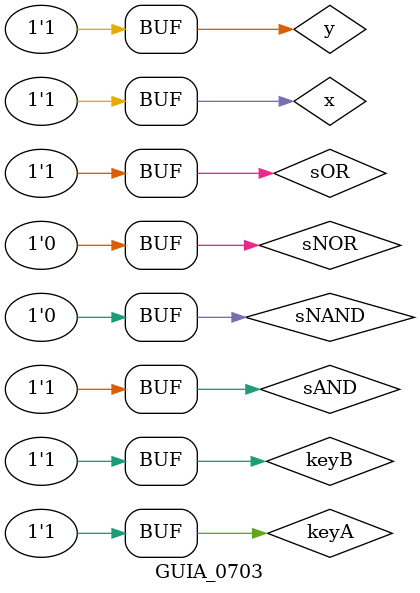
<source format=v>
/**
 * @file Guia_0703.v
 * @author 784778 - Wallace Freitas Oliveira (https://github.com/Olivwallace)
 * @brief Guia 07 Exercicio 03 - Arquitetura de Computadores I (PUC-Minas 1°/2023)
 * @date 19-03-2023
 */

/*
 03.) Projetar e descrever em Verilog, usando portas nativas, uma unidade lógica (LU) com o acréscimo das operações AND e NAND, 
com uma saída só para ambas, para variáveis de entrada com 01 bit cada,  além de OR e NOR na mesma situação. Os resultados de 
cada grupo serão selecionados por uma primeira chave (2x1); para selecionar uma porta em cada grupo, e outra chave (2x1) que 
selecionará entre o grupo (AND,NAND) ou o grupo (OR,NOR). O nome do arquivo deverá ser Guia_0703.v.
Incluir previsão de testes.
Simular o módulo no Logisim e apresentar layout do circuito e subcircuitos.
DICA: Usar para um sinal para a seleção (0-portas NAND/NOR ; 1-AND/OR).
Usar para outro sinal para a seleção (0-grupo NAND/AND ; 1-NOR/OR).
*/

`timescale 1ps/1ps
`include "MultiMux.v"

module GUIA_0703;

    // ------------------------- Dados
    reg x, y, keyA, keyB;
    wire sOR, sNOR, sAND, sNAND; 
    wire sMUX1, sMUX2, sMUX_S;

    or A(sOR, x, y);
    nor B(sNOR, x, y);
    and C(sAND, x, y);
    nand D(sNAND, x, y);

    mux_2x1 MUX0(sMUX1, sNAND, sNOR, keyB);
    mux_2x1 MUX1(sMUX2, sAND, sOR, keyB);
    mux_2x1 MUX2(sMUX_S, sMUX1, sMUX2, keyA);

    //Inicializacao de Valores
    initial begin
        x=1'b0; y=1'b0; keyA=1'b0; keyB=1'b0;
    end


    // ------------------------- Principal
    initial begin: main;

        $display("Guia_0703 - Teste");
        $display("USANDO 3 MUX 2x1, (0 - (0 - NAND | 1 - NOR) | 1 - (0 - AND | 1- OR))\n");

        // projetar testes do modulo
        $display("|  x  y  |  KEYS A B |  S |");
        $monitor("| %2b %2b  |   %2b %2b   | %2b |", x, y, keyA, keyB, sMUX_S);

        //Testes com MUX 00 - 
        #1 x=1'b0; y=1'b1; keyA=1'b0; keyB=1'b0;
        #1 x=1'b1; y=1'b0; keyA=1'b0; keyB=1'b0;
        #1 x=1'b1; y=1'b1; keyA=1'b0; keyB=1'b0;

        //Teste com MUX 01 - 
        #1 x=1'b0; y=1'b0; keyA=1'b0; keyB=1'b1;
        #1 x=1'b0; y=1'b1; keyA=1'b0; keyB=1'b1;
        #1 x=1'b1; y=1'b0; keyA=1'b0; keyB=1'b1;
        #1 x=1'b1; y=1'b1; keyA=1'b0; keyB=1'b1;

        //Teste com MUX 10 - 
        #1 x=1'b0; y=1'b0; keyA=1'b1; keyB=1'b0;
        #1 x=1'b0; y=1'b1; keyA=1'b1; keyB=1'b0;
        #1 x=1'b1; y=1'b0; keyA=1'b1; keyB=1'b0;
        #1 x=1'b1; y=1'b1; keyA=1'b1; keyB=1'b0;

        //Teste com MUX 11 - 
        #1 x=1'b0; y=1'b0; keyA=1'b1; keyB=1'b1;
        #1 x=1'b0; y=1'b1; keyA=1'b1; keyB=1'b1;
        #1 x=1'b1; y=1'b0; keyA=1'b1; keyB=1'b1;
        #1 x=1'b1; y=1'b1; keyA=1'b1; keyB=1'b1;
    end //main
endmodule 
</source>
